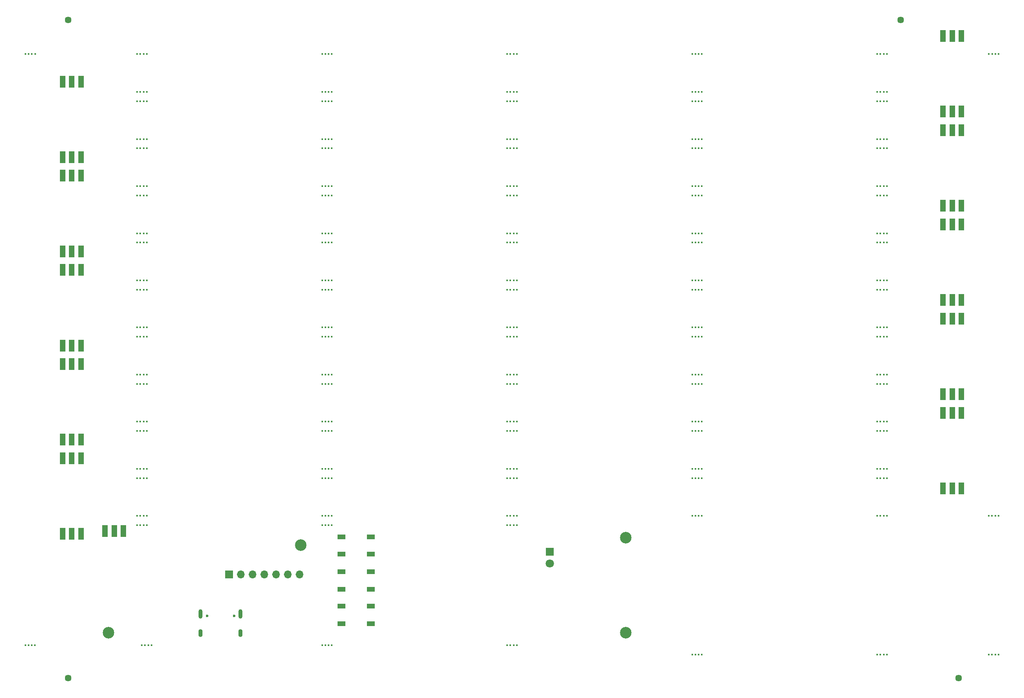
<source format=gbs>
G04 #@! TF.GenerationSoftware,KiCad,Pcbnew,(6.0.2)*
G04 #@! TF.CreationDate,2022-08-31T10:54:29+12:00*
G04 #@! TF.ProjectId,Wordclock,576f7264-636c-46f6-936b-2e6b69636164,2.1*
G04 #@! TF.SameCoordinates,Original*
G04 #@! TF.FileFunction,Soldermask,Bot*
G04 #@! TF.FilePolarity,Negative*
%FSLAX46Y46*%
G04 Gerber Fmt 4.6, Leading zero omitted, Abs format (unit mm)*
G04 Created by KiCad (PCBNEW (6.0.2)) date 2022-08-31 10:54:29*
%MOMM*%
%LPD*%
G01*
G04 APERTURE LIST*
%ADD10C,0.400000*%
%ADD11R,1.800000X1.800000*%
%ADD12C,1.800000*%
%ADD13C,1.448000*%
%ADD14R,1.200000X2.500000*%
%ADD15C,2.500000*%
%ADD16R,1.700000X1.700000*%
%ADD17O,1.700000X1.700000*%
%ADD18C,0.600000*%
%ADD19O,0.900000X1.700000*%
%ADD20O,0.900000X2.000000*%
%ADD21R,1.700000X1.000000*%
G04 APERTURE END LIST*
D10*
X57400000Y-63000000D03*
X58800000Y-61000000D03*
X59500000Y-63000000D03*
X57400000Y-61000000D03*
X58100000Y-63000000D03*
X59500000Y-61000000D03*
X58100000Y-61000000D03*
X58800000Y-63000000D03*
X242950000Y-162400000D03*
X242250000Y-162400000D03*
X241550000Y-162400000D03*
X243650000Y-162400000D03*
D11*
X146653965Y-140173446D03*
D12*
X146653965Y-142713446D03*
D10*
X178100000Y-32400000D03*
X177400000Y-32400000D03*
X179500000Y-32400000D03*
X178800000Y-32400000D03*
X35320000Y-160410000D03*
X34620000Y-160410000D03*
X33920000Y-160410000D03*
X33220000Y-160410000D03*
X137400000Y-83400000D03*
X138800000Y-83400000D03*
X138800000Y-81400000D03*
X139500000Y-81400000D03*
X138100000Y-83400000D03*
X139500000Y-83400000D03*
X138100000Y-81400000D03*
X137400000Y-81400000D03*
X178800000Y-81400000D03*
X178100000Y-83400000D03*
X179500000Y-81400000D03*
X178800000Y-83400000D03*
X177400000Y-83400000D03*
X177400000Y-81400000D03*
X178100000Y-81400000D03*
X179500000Y-83400000D03*
X178100000Y-71200000D03*
X178800000Y-73200000D03*
X178800000Y-71200000D03*
X178100000Y-73200000D03*
X179500000Y-71200000D03*
X177400000Y-71200000D03*
X179500000Y-73200000D03*
X177400000Y-73200000D03*
X217400000Y-50800000D03*
X219500000Y-50800000D03*
X219500000Y-52800000D03*
X217400000Y-52800000D03*
X218100000Y-52800000D03*
X218100000Y-50800000D03*
X218800000Y-52800000D03*
X218800000Y-50800000D03*
X219500000Y-132400000D03*
X218800000Y-132400000D03*
X217400000Y-132400000D03*
X218100000Y-132400000D03*
X98100000Y-50800000D03*
X97400000Y-52800000D03*
X98800000Y-50800000D03*
X97400000Y-50800000D03*
X99500000Y-50800000D03*
X99500000Y-52800000D03*
X98100000Y-52800000D03*
X98800000Y-52800000D03*
D13*
X222500000Y-25000000D03*
D14*
X235625000Y-44850000D03*
X233625000Y-44850000D03*
X231625000Y-44850000D03*
D10*
X58800000Y-40600000D03*
X59500000Y-42600000D03*
X59500000Y-40600000D03*
X57400000Y-40600000D03*
X57400000Y-42600000D03*
X58100000Y-40600000D03*
X58100000Y-42600000D03*
X58800000Y-42600000D03*
X243670000Y-32400000D03*
X241570000Y-32400000D03*
X242270000Y-32400000D03*
X242970000Y-32400000D03*
D15*
X163050000Y-157650000D03*
D10*
X218800000Y-162400000D03*
X218100000Y-162400000D03*
X219500000Y-162400000D03*
X217400000Y-162400000D03*
X179500000Y-132400000D03*
X178800000Y-132400000D03*
X178100000Y-132400000D03*
X177400000Y-132400000D03*
D14*
X235625000Y-85650000D03*
X233625000Y-85650000D03*
X231625000Y-85650000D03*
D10*
X217400000Y-32400000D03*
X218800000Y-32400000D03*
X218100000Y-32400000D03*
X219500000Y-32400000D03*
X98100000Y-93600000D03*
X98800000Y-91600000D03*
X97400000Y-91600000D03*
X99500000Y-93600000D03*
X98100000Y-91600000D03*
X98800000Y-93600000D03*
X99500000Y-91600000D03*
X97400000Y-93600000D03*
X33230000Y-32400000D03*
X33930000Y-32400000D03*
X35330000Y-32400000D03*
X34630000Y-32400000D03*
D14*
X41275000Y-79150000D03*
X43275000Y-79150000D03*
X45275000Y-79150000D03*
D10*
X138800000Y-32400000D03*
X138100000Y-32400000D03*
X137400000Y-32400000D03*
X139500000Y-32400000D03*
X178100000Y-122200000D03*
X177400000Y-124200000D03*
X177400000Y-122200000D03*
X179500000Y-122200000D03*
X179500000Y-124200000D03*
X178800000Y-122200000D03*
X178100000Y-124200000D03*
X178800000Y-124200000D03*
X99500000Y-61000000D03*
X98100000Y-61000000D03*
X98800000Y-61000000D03*
X98800000Y-63000000D03*
X97400000Y-61000000D03*
X98100000Y-63000000D03*
X97400000Y-63000000D03*
X99500000Y-63000000D03*
X218800000Y-103800000D03*
X217400000Y-103800000D03*
X217400000Y-101800000D03*
X218100000Y-101800000D03*
X219500000Y-101800000D03*
X219500000Y-103800000D03*
X218100000Y-103800000D03*
X218800000Y-101800000D03*
D16*
X77238965Y-145108446D03*
D17*
X79778965Y-145108446D03*
X82318965Y-145108446D03*
X84858965Y-145108446D03*
X87398965Y-145108446D03*
X89938965Y-145108446D03*
X92478965Y-145108446D03*
D10*
X58800000Y-114000000D03*
X59500000Y-112000000D03*
X58100000Y-112000000D03*
X57400000Y-114000000D03*
X58100000Y-114000000D03*
X57400000Y-112000000D03*
X58800000Y-112000000D03*
X59500000Y-114000000D03*
X178100000Y-63000000D03*
X179500000Y-61000000D03*
X178100000Y-61000000D03*
X178800000Y-63000000D03*
X177400000Y-61000000D03*
X178800000Y-61000000D03*
X177400000Y-63000000D03*
X179500000Y-63000000D03*
D14*
X41275000Y-99550000D03*
X43275000Y-99550000D03*
X45275000Y-99550000D03*
X41275000Y-119950000D03*
X43275000Y-119950000D03*
X45275000Y-119950000D03*
D10*
X139500000Y-63000000D03*
X139500000Y-61000000D03*
X138800000Y-63000000D03*
X138100000Y-61000000D03*
X138800000Y-61000000D03*
X138100000Y-63000000D03*
X137400000Y-61000000D03*
X137400000Y-63000000D03*
D14*
X235625000Y-89700000D03*
X233625000Y-89700000D03*
X231625000Y-89700000D03*
D10*
X218100000Y-71200000D03*
X218100000Y-73200000D03*
X218800000Y-73200000D03*
X217400000Y-73200000D03*
X217400000Y-71200000D03*
X219500000Y-71200000D03*
X218800000Y-71200000D03*
X219500000Y-73200000D03*
X137400000Y-93600000D03*
X139500000Y-93600000D03*
X138100000Y-93600000D03*
X138800000Y-91600000D03*
X137400000Y-91600000D03*
X139500000Y-91600000D03*
X138800000Y-93600000D03*
X138100000Y-91600000D03*
D13*
X42500000Y-167500000D03*
D15*
X51200000Y-157650000D03*
D14*
X41275000Y-115900000D03*
X43275000Y-115900000D03*
X45275000Y-115900000D03*
X50450000Y-135650000D03*
X52450000Y-135650000D03*
X54450000Y-135650000D03*
D10*
X138100000Y-42600000D03*
X138800000Y-42600000D03*
X137400000Y-42600000D03*
X139500000Y-40600000D03*
X138100000Y-40600000D03*
X138800000Y-40600000D03*
X139500000Y-42600000D03*
X137400000Y-40600000D03*
D18*
X78340000Y-154075000D03*
X72560000Y-154075000D03*
D19*
X79770000Y-157765000D03*
X71130000Y-157765000D03*
D20*
X79770000Y-153595000D03*
X71130000Y-153595000D03*
D14*
X41275000Y-136300000D03*
X43275000Y-136300000D03*
X45275000Y-136300000D03*
X41275000Y-54700000D03*
X43275000Y-54700000D03*
X45275000Y-54700000D03*
D10*
X219500000Y-124200000D03*
X218800000Y-124200000D03*
X219500000Y-122200000D03*
X217400000Y-122200000D03*
X218800000Y-122200000D03*
X217400000Y-124200000D03*
X218100000Y-122200000D03*
X218100000Y-124200000D03*
X138800000Y-134400000D03*
X139500000Y-134400000D03*
X138100000Y-132400000D03*
X138800000Y-132400000D03*
X138100000Y-134400000D03*
X139500000Y-132400000D03*
X137400000Y-132400000D03*
X137400000Y-134400000D03*
X178100000Y-91600000D03*
X178100000Y-93600000D03*
X177400000Y-93600000D03*
X179500000Y-91600000D03*
X178800000Y-93600000D03*
X178800000Y-91600000D03*
X179500000Y-93600000D03*
X177400000Y-91600000D03*
X217400000Y-83400000D03*
X218100000Y-83400000D03*
X219500000Y-83400000D03*
X219500000Y-81400000D03*
X218800000Y-83400000D03*
X218800000Y-81400000D03*
X217400000Y-81400000D03*
X218100000Y-81400000D03*
D14*
X235625000Y-110100000D03*
X233625000Y-110100000D03*
X231625000Y-110100000D03*
D10*
X178100000Y-114000000D03*
X177400000Y-112000000D03*
X177400000Y-114000000D03*
X178800000Y-112000000D03*
X178800000Y-114000000D03*
X179500000Y-112000000D03*
X179500000Y-114000000D03*
X178100000Y-112000000D03*
D13*
X42500000Y-25000000D03*
D10*
X98800000Y-40600000D03*
X97400000Y-40600000D03*
X98800000Y-42600000D03*
X99500000Y-42600000D03*
X99500000Y-40600000D03*
X98100000Y-40600000D03*
X97400000Y-42600000D03*
X98100000Y-42600000D03*
X217400000Y-61000000D03*
X218800000Y-61000000D03*
X217400000Y-63000000D03*
X219500000Y-61000000D03*
X218100000Y-63000000D03*
X218800000Y-63000000D03*
X218100000Y-61000000D03*
X219500000Y-63000000D03*
X58800000Y-50800000D03*
X58100000Y-52800000D03*
X59500000Y-50800000D03*
X57400000Y-52800000D03*
X58100000Y-50800000D03*
X59500000Y-52800000D03*
X58800000Y-52800000D03*
X57400000Y-50800000D03*
X138100000Y-52800000D03*
X139500000Y-50800000D03*
X139500000Y-52800000D03*
X138100000Y-50800000D03*
X138800000Y-50800000D03*
X138800000Y-52800000D03*
X137400000Y-50800000D03*
X137400000Y-52800000D03*
D13*
X235000000Y-167500000D03*
D14*
X41275000Y-58750000D03*
X43275000Y-58750000D03*
X45275000Y-58750000D03*
D10*
X97400000Y-132400000D03*
X98800000Y-132400000D03*
X99500000Y-134400000D03*
X97400000Y-134400000D03*
X98100000Y-132400000D03*
X98800000Y-134400000D03*
X99500000Y-132400000D03*
X98100000Y-134400000D03*
X137400000Y-114000000D03*
X139500000Y-112000000D03*
X138100000Y-114000000D03*
X137400000Y-112000000D03*
X138800000Y-114000000D03*
X138100000Y-112000000D03*
X138800000Y-112000000D03*
X139500000Y-114000000D03*
D14*
X41275000Y-38350000D03*
X43275000Y-38350000D03*
X45275000Y-38350000D03*
D10*
X99500000Y-32400000D03*
X98800000Y-32400000D03*
X97400000Y-32400000D03*
X98100000Y-32400000D03*
X219500000Y-40600000D03*
X217400000Y-42600000D03*
X217400000Y-40600000D03*
X218800000Y-40600000D03*
X219500000Y-42600000D03*
X218100000Y-40600000D03*
X218800000Y-42600000D03*
X218100000Y-42600000D03*
X98100000Y-122200000D03*
X98100000Y-124200000D03*
X99500000Y-122200000D03*
X97400000Y-124200000D03*
X97400000Y-122200000D03*
X99500000Y-124200000D03*
X98800000Y-124200000D03*
X98800000Y-122200000D03*
X58100000Y-134400000D03*
X58800000Y-134400000D03*
X58100000Y-132400000D03*
X57400000Y-134400000D03*
X58800000Y-132400000D03*
X57400000Y-132400000D03*
X59500000Y-132400000D03*
X59500000Y-134400000D03*
X59500000Y-32400000D03*
X58800000Y-32400000D03*
X57400000Y-32400000D03*
X58100000Y-32400000D03*
X138800000Y-103800000D03*
X138800000Y-101800000D03*
X137400000Y-101800000D03*
X138100000Y-101800000D03*
X138100000Y-103800000D03*
X137400000Y-103800000D03*
X139500000Y-101800000D03*
X139500000Y-103800000D03*
X138100000Y-71200000D03*
X138800000Y-71200000D03*
X138800000Y-73200000D03*
X139500000Y-71200000D03*
X137400000Y-73200000D03*
X138100000Y-73200000D03*
X139500000Y-73200000D03*
X137400000Y-71200000D03*
D14*
X235625000Y-48900000D03*
X233625000Y-48900000D03*
X231625000Y-48900000D03*
X235625000Y-106050000D03*
X233625000Y-106050000D03*
X231625000Y-106050000D03*
D10*
X58100000Y-71200000D03*
X59500000Y-71200000D03*
X58800000Y-73200000D03*
X58800000Y-71200000D03*
X57400000Y-71200000D03*
X57400000Y-73200000D03*
X59500000Y-73200000D03*
X58100000Y-73200000D03*
D15*
X163050000Y-137150000D03*
D10*
X98100000Y-101800000D03*
X97400000Y-103800000D03*
X98800000Y-101800000D03*
X98100000Y-103800000D03*
X99500000Y-103800000D03*
X97400000Y-101800000D03*
X98800000Y-103800000D03*
X99500000Y-101800000D03*
X98100000Y-114000000D03*
X99500000Y-112000000D03*
X99500000Y-114000000D03*
X97400000Y-112000000D03*
X98100000Y-112000000D03*
X97400000Y-114000000D03*
X98800000Y-114000000D03*
X98800000Y-112000000D03*
X98100000Y-81400000D03*
X98800000Y-83400000D03*
X97400000Y-83400000D03*
X98800000Y-81400000D03*
X99500000Y-81400000D03*
X97400000Y-81400000D03*
X99500000Y-83400000D03*
X98100000Y-83400000D03*
D15*
X92800000Y-138750000D03*
D10*
X97400000Y-160400000D03*
X98800000Y-160400000D03*
X99500000Y-160400000D03*
X98100000Y-160400000D03*
X139500000Y-122200000D03*
X139500000Y-124200000D03*
X138100000Y-122200000D03*
X138800000Y-122200000D03*
X138100000Y-124200000D03*
X137400000Y-124200000D03*
X138800000Y-124200000D03*
X137400000Y-122200000D03*
X178100000Y-101800000D03*
X178800000Y-101800000D03*
X178800000Y-103800000D03*
X177400000Y-101800000D03*
X179500000Y-103800000D03*
X178100000Y-103800000D03*
X177400000Y-103800000D03*
X179500000Y-101800000D03*
X179500000Y-52800000D03*
X178100000Y-50800000D03*
X178100000Y-52800000D03*
X177400000Y-52800000D03*
X177400000Y-50800000D03*
X179500000Y-50800000D03*
X178800000Y-50800000D03*
X178800000Y-52800000D03*
X178100000Y-40600000D03*
X179500000Y-40600000D03*
X179500000Y-42600000D03*
X178800000Y-40600000D03*
X177400000Y-42600000D03*
X178800000Y-42600000D03*
X178100000Y-42600000D03*
X177400000Y-40600000D03*
X178800000Y-162400000D03*
X178100000Y-162400000D03*
X177400000Y-162400000D03*
X179500000Y-162400000D03*
D14*
X235625000Y-65250000D03*
X233625000Y-65250000D03*
X231625000Y-65250000D03*
D10*
X58100000Y-91600000D03*
X59500000Y-93600000D03*
X58800000Y-91600000D03*
X58100000Y-93600000D03*
X57400000Y-93600000D03*
X58800000Y-93600000D03*
X59500000Y-91600000D03*
X57400000Y-91600000D03*
X138100000Y-160400000D03*
X137400000Y-160400000D03*
X138800000Y-160400000D03*
X139500000Y-160400000D03*
X218100000Y-91600000D03*
X218100000Y-93600000D03*
X218800000Y-93600000D03*
X217400000Y-91600000D03*
X218800000Y-91600000D03*
X217400000Y-93600000D03*
X219500000Y-91600000D03*
X219500000Y-93600000D03*
D14*
X41275000Y-75100000D03*
X43275000Y-75100000D03*
X45275000Y-75100000D03*
D10*
X59500000Y-101800000D03*
X58800000Y-101800000D03*
X57400000Y-101800000D03*
X58100000Y-101800000D03*
X58100000Y-103800000D03*
X59500000Y-103800000D03*
X57400000Y-103800000D03*
X58800000Y-103800000D03*
X99500000Y-73200000D03*
X98800000Y-71200000D03*
X97400000Y-73200000D03*
X98100000Y-73200000D03*
X98800000Y-73200000D03*
X99500000Y-71200000D03*
X97400000Y-71200000D03*
X98100000Y-71200000D03*
D14*
X235625000Y-28500000D03*
X233625000Y-28500000D03*
X231625000Y-28500000D03*
X235625000Y-126450000D03*
X233625000Y-126450000D03*
X231625000Y-126450000D03*
X41275000Y-95500000D03*
X43275000Y-95500000D03*
X45275000Y-95500000D03*
D10*
X243650000Y-132400000D03*
X242250000Y-132400000D03*
X242950000Y-132400000D03*
X241550000Y-132400000D03*
D14*
X235625000Y-69300000D03*
X233625000Y-69300000D03*
X231625000Y-69300000D03*
D10*
X58100000Y-124200000D03*
X58100000Y-122200000D03*
X58800000Y-124200000D03*
X57400000Y-124200000D03*
X59500000Y-124200000D03*
X57400000Y-122200000D03*
X58800000Y-122200000D03*
X59500000Y-122200000D03*
X58400000Y-160400000D03*
X59100000Y-160400000D03*
X59800000Y-160400000D03*
X60500000Y-160400000D03*
X218100000Y-114000000D03*
X217400000Y-114000000D03*
X218100000Y-112000000D03*
X218800000Y-114000000D03*
X217400000Y-112000000D03*
X219500000Y-114000000D03*
X219500000Y-112000000D03*
X218800000Y-112000000D03*
X58800000Y-83400000D03*
X58800000Y-81400000D03*
X57400000Y-81400000D03*
X59500000Y-83400000D03*
X59500000Y-81400000D03*
X57400000Y-83400000D03*
X58100000Y-83400000D03*
X58100000Y-81400000D03*
D21*
X107900000Y-144500000D03*
X101600000Y-144500000D03*
X107900000Y-148300000D03*
X101600000Y-148300000D03*
X101600000Y-151900000D03*
X107900000Y-151900000D03*
X107900000Y-155700000D03*
X101600000Y-155700000D03*
X107900000Y-136900000D03*
X101600000Y-136900000D03*
X107900000Y-140700000D03*
X101600000Y-140700000D03*
M02*

</source>
